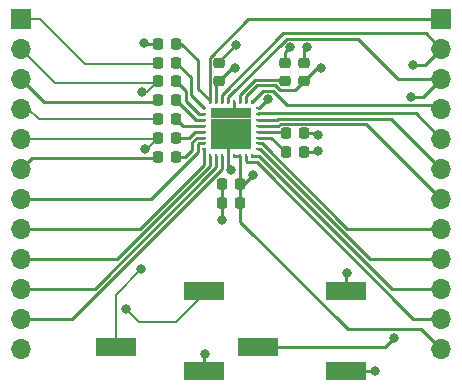
<source format=gtl>
%TF.GenerationSoftware,KiCad,Pcbnew,(6.0.0-0)*%
%TF.CreationDate,2022-08-17T15:36:00+02:00*%
%TF.ProjectId,wm8758b_codec_breakout,776d3837-3538-4625-9f63-6f6465635f62,rev?*%
%TF.SameCoordinates,Original*%
%TF.FileFunction,Copper,L1,Top*%
%TF.FilePolarity,Positive*%
%FSLAX46Y46*%
G04 Gerber Fmt 4.6, Leading zero omitted, Abs format (unit mm)*
G04 Created by KiCad (PCBNEW (6.0.0-0)) date 2022-08-17 15:36:00*
%MOMM*%
%LPD*%
G01*
G04 APERTURE LIST*
G04 Aperture macros list*
%AMRoundRect*
0 Rectangle with rounded corners*
0 $1 Rounding radius*
0 $2 $3 $4 $5 $6 $7 $8 $9 X,Y pos of 4 corners*
0 Add a 4 corners polygon primitive as box body*
4,1,4,$2,$3,$4,$5,$6,$7,$8,$9,$2,$3,0*
0 Add four circle primitives for the rounded corners*
1,1,$1+$1,$2,$3*
1,1,$1+$1,$4,$5*
1,1,$1+$1,$6,$7*
1,1,$1+$1,$8,$9*
0 Add four rect primitives between the rounded corners*
20,1,$1+$1,$2,$3,$4,$5,0*
20,1,$1+$1,$4,$5,$6,$7,0*
20,1,$1+$1,$6,$7,$8,$9,0*
20,1,$1+$1,$8,$9,$2,$3,0*%
G04 Aperture macros list end*
%TA.AperFunction,ComponentPad*%
%ADD10R,1.700000X1.700000*%
%TD*%
%TA.AperFunction,ComponentPad*%
%ADD11O,1.700000X1.700000*%
%TD*%
%TA.AperFunction,SMDPad,CuDef*%
%ADD12RoundRect,0.225000X0.225000X0.250000X-0.225000X0.250000X-0.225000X-0.250000X0.225000X-0.250000X0*%
%TD*%
%TA.AperFunction,SMDPad,CuDef*%
%ADD13RoundRect,0.225000X-0.225000X-0.250000X0.225000X-0.250000X0.225000X0.250000X-0.225000X0.250000X0*%
%TD*%
%TA.AperFunction,SMDPad,CuDef*%
%ADD14RoundRect,0.225000X0.250000X-0.225000X0.250000X0.225000X-0.250000X0.225000X-0.250000X-0.225000X0*%
%TD*%
%TA.AperFunction,SMDPad,CuDef*%
%ADD15R,0.400000X0.200000*%
%TD*%
%TA.AperFunction,SMDPad,CuDef*%
%ADD16R,0.200000X0.400000*%
%TD*%
%TA.AperFunction,SMDPad,CuDef*%
%ADD17R,0.862500X0.862500*%
%TD*%
%TA.AperFunction,SMDPad,CuDef*%
%ADD18R,3.500000X1.500000*%
%TD*%
%TA.AperFunction,ViaPad*%
%ADD19C,0.800000*%
%TD*%
%TA.AperFunction,Conductor*%
%ADD20C,0.250000*%
%TD*%
%TA.AperFunction,Conductor*%
%ADD21C,0.200000*%
%TD*%
G04 APERTURE END LIST*
D10*
%TO.P,J1,1,Pin_1*%
%TO.N,LIP*%
X132220000Y-67996000D03*
D11*
%TO.P,J1,2,Pin_2*%
%TO.N,LIN*%
X132220000Y-70536000D03*
%TO.P,J1,3,Pin_3*%
%TO.N,L2_GPIO2*%
X132220000Y-73076000D03*
%TO.P,J1,4,Pin_4*%
%TO.N,RIP*%
X132220000Y-75616000D03*
%TO.P,J1,5,Pin_5*%
%TO.N,RIN*%
X132220000Y-78156000D03*
%TO.P,J1,6,Pin_6*%
%TO.N,R2_GPIO3*%
X132220000Y-80696000D03*
%TO.P,J1,7,Pin_7*%
%TO.N,LRC*%
X132220000Y-83236000D03*
%TO.P,J1,8,Pin_8*%
%TO.N,BCLK*%
X132220000Y-85776000D03*
%TO.P,J1,9,Pin_9*%
%TO.N,ADCDAT*%
X132220000Y-88316000D03*
%TO.P,J1,10,Pin_10*%
%TO.N,DACDAT*%
X132220000Y-90856000D03*
%TO.P,J1,11,Pin_11*%
%TO.N,MCLK*%
X132220000Y-93396000D03*
%TO.P,J1,12,Pin_12*%
%TO.N,GND*%
X132220000Y-95936000D03*
%TD*%
D12*
%TO.P,C8,1*%
%TO.N,Net-(C8-Pad1)*%
X145375000Y-79700000D03*
%TO.P,C8,2*%
%TO.N,R2_GPIO3*%
X143825000Y-79700000D03*
%TD*%
%TO.P,C10,1*%
%TO.N,Net-(C10-Pad1)*%
X145375000Y-74900000D03*
%TO.P,C10,2*%
%TO.N,L2_GPIO2*%
X143825000Y-74900000D03*
%TD*%
D13*
%TO.P,C4,1*%
%TO.N,GND*%
X149225000Y-83600000D03*
%TO.P,C4,2*%
%TO.N,VDD*%
X150775000Y-83600000D03*
%TD*%
%TO.P,C3,1*%
%TO.N,GND*%
X149225000Y-82000000D03*
%TO.P,C3,2*%
%TO.N,VDD*%
X150775000Y-82000000D03*
%TD*%
D12*
%TO.P,C12,1*%
%TO.N,GND*%
X156175000Y-79300000D03*
%TO.P,C12,2*%
%TO.N,Net-(C12-Pad2)*%
X154625000Y-79300000D03*
%TD*%
D13*
%TO.P,C13,1*%
%TO.N,Net-(C13-Pad1)*%
X154625000Y-77700000D03*
%TO.P,C13,2*%
%TO.N,GND*%
X156175000Y-77700000D03*
%TD*%
D12*
%TO.P,C6,1*%
%TO.N,MICBIAS*%
X145375000Y-70100000D03*
%TO.P,C6,2*%
%TO.N,GND*%
X143825000Y-70100000D03*
%TD*%
D14*
%TO.P,C2,1*%
%TO.N,VDD*%
X156200000Y-73275000D03*
%TO.P,C2,2*%
%TO.N,GND*%
X156200000Y-71725000D03*
%TD*%
%TO.P,C5,1*%
%TO.N,Net-(C5-Pad1)*%
X154600000Y-73275000D03*
%TO.P,C5,2*%
%TO.N,GND*%
X154600000Y-71725000D03*
%TD*%
%TO.P,C1,1*%
%TO.N,VDD*%
X149000000Y-73275000D03*
%TO.P,C1,2*%
%TO.N,GND*%
X149000000Y-71725000D03*
%TD*%
D10*
%TO.P,J2,1,Pin_1*%
%TO.N,MICBIAS*%
X167780000Y-67996000D03*
D11*
%TO.P,J2,2,Pin_2*%
%TO.N,LOUT1*%
X167780000Y-70536000D03*
%TO.P,J2,3,Pin_3*%
%TO.N,ROUT1*%
X167780000Y-73076000D03*
%TO.P,J2,4,Pin_4*%
%TO.N,LOUT2*%
X167780000Y-75616000D03*
%TO.P,J2,5,Pin_5*%
%TO.N,ROUT2*%
X167780000Y-78156000D03*
%TO.P,J2,6,Pin_6*%
%TO.N,OUT3*%
X167780000Y-80696000D03*
%TO.P,J2,7,Pin_7*%
%TO.N,OUT4*%
X167780000Y-83236000D03*
%TO.P,J2,8,Pin_8*%
%TO.N,MODE*%
X167780000Y-85776000D03*
%TO.P,J2,9,Pin_9*%
%TO.N,SDIN*%
X167780000Y-88316000D03*
%TO.P,J2,10,Pin_10*%
%TO.N,SCLK*%
X167780000Y-90856000D03*
%TO.P,J2,11,Pin_11*%
%TO.N,CSB_GPIO1*%
X167780000Y-93396000D03*
%TO.P,J2,12,Pin_12*%
%TO.N,VDD*%
X167780000Y-95936000D03*
%TD*%
D15*
%TO.P,U1,1,LIP*%
%TO.N,Net-(C15-Pad1)*%
X147700000Y-75550000D03*
%TO.P,U1,2,LIN*%
%TO.N,Net-(C16-Pad1)*%
X147700000Y-76050000D03*
%TO.P,U1,3,L2/GPIO2*%
%TO.N,Net-(C10-Pad1)*%
X147700000Y-76550000D03*
%TO.P,U1,4,RIP*%
%TO.N,Net-(C19-Pad2)*%
X147700000Y-77050000D03*
%TO.P,U1,5,RIN*%
%TO.N,Net-(C11-Pad2)*%
X147700000Y-77550000D03*
%TO.P,U1,6,R2/GPIO3*%
%TO.N,Net-(C8-Pad1)*%
X147700000Y-78050000D03*
%TO.P,U1,7,LRC*%
%TO.N,LRC*%
X147700000Y-78550000D03*
%TO.P,U1,8,BCLK*%
%TO.N,BCLK*%
X147700000Y-79050000D03*
D16*
%TO.P,U1,9,ADCDAT*%
%TO.N,ADCDAT*%
X148250000Y-79600000D03*
%TO.P,U1,10,DACDAT*%
%TO.N,DACDAT*%
X148750000Y-79600000D03*
%TO.P,U1,11,MCLK*%
%TO.N,MCLK*%
X149250000Y-79600000D03*
%TO.P,U1,12,DGND*%
%TO.N,GND*%
X149750000Y-79600000D03*
%TO.P,U1,13,DCVDD*%
%TO.N,VDD*%
X150250000Y-79600000D03*
%TO.P,U1,14,DBVDD*%
X150750000Y-79600000D03*
%TO.P,U1,15,CSB/GPIO1*%
%TO.N,CSB_GPIO1*%
X151250000Y-79600000D03*
%TO.P,U1,16,SCLK*%
%TO.N,SCLK*%
X151750000Y-79600000D03*
D15*
%TO.P,U1,17,SDIN*%
%TO.N,SDIN*%
X152300000Y-79050000D03*
%TO.P,U1,18,MODE*%
%TO.N,MODE*%
X152300000Y-78550000D03*
%TO.P,U1,19,HP_COM*%
%TO.N,Net-(C12-Pad2)*%
X152300000Y-78050000D03*
%TO.P,U1,20,LINE_COM*%
%TO.N,Net-(C13-Pad1)*%
X152300000Y-77550000D03*
%TO.P,U1,21,OUT4*%
%TO.N,OUT4*%
X152300000Y-77050000D03*
%TO.P,U1,22,OUT3*%
%TO.N,OUT3*%
X152300000Y-76550000D03*
%TO.P,U1,23,ROUT2*%
%TO.N,ROUT2*%
X152300000Y-76050000D03*
%TO.P,U1,24,AGND2*%
%TO.N,GND*%
X152300000Y-75550000D03*
D16*
%TO.P,U1,25,LOUT2*%
%TO.N,LOUT2*%
X151750000Y-75000000D03*
%TO.P,U1,26,AVDD2*%
%TO.N,VDD*%
X151250000Y-75000000D03*
%TO.P,U1,27,VMID*%
%TO.N,Net-(C5-Pad1)*%
X150750000Y-75000000D03*
%TO.P,U1,28,AGND1*%
%TO.N,GND*%
X150250000Y-75000000D03*
%TO.P,U1,29,ROUT1*%
%TO.N,ROUT1*%
X149750000Y-75000000D03*
%TO.P,U1,30,LOUT1*%
%TO.N,LOUT1*%
X149250000Y-75000000D03*
%TO.P,U1,31,AVDD1*%
%TO.N,VDD*%
X148750000Y-75000000D03*
%TO.P,U1,32,MICBIAS*%
%TO.N,MICBIAS*%
X148250000Y-75000000D03*
D17*
%TO.P,U1,33,GNDPADDLE*%
%TO.N,GND*%
X148706250Y-77731250D03*
X150431250Y-78593750D03*
X151293750Y-78593750D03*
X150431250Y-77731250D03*
X151293750Y-76006250D03*
X148706250Y-78593750D03*
X149568750Y-76868750D03*
X151293750Y-77731250D03*
X148706250Y-76006250D03*
X150431250Y-76006250D03*
X150431250Y-76868750D03*
X151293750Y-76868750D03*
X149568750Y-78593750D03*
X149568750Y-77731250D03*
X148706250Y-76868750D03*
X149568750Y-76006250D03*
%TD*%
D13*
%TO.P,C11,1*%
%TO.N,RIN*%
X143825000Y-78100000D03*
%TO.P,C11,2*%
%TO.N,Net-(C11-Pad2)*%
X145375000Y-78100000D03*
%TD*%
D12*
%TO.P,C15,1*%
%TO.N,Net-(C15-Pad1)*%
X145375000Y-71700000D03*
%TO.P,C15,2*%
%TO.N,LIP*%
X143825000Y-71700000D03*
%TD*%
%TO.P,C16,1*%
%TO.N,Net-(C16-Pad1)*%
X145375000Y-73300000D03*
%TO.P,C16,2*%
%TO.N,LIN*%
X143825000Y-73300000D03*
%TD*%
D13*
%TO.P,C19,1*%
%TO.N,RIP*%
X143825000Y-76500000D03*
%TO.P,C19,2*%
%TO.N,Net-(C19-Pad2)*%
X145375000Y-76500000D03*
%TD*%
D18*
%TO.P,J101,R*%
%TO.N,RIN*%
X140250000Y-95800000D03*
%TO.P,J101,S*%
%TO.N,GND*%
X147750000Y-97800000D03*
%TO.P,J101,T*%
%TO.N,LIN*%
X147700000Y-91050000D03*
%TD*%
%TO.P,J102,R*%
%TO.N,ROUT1*%
X152250000Y-95800000D03*
%TO.P,J102,S*%
%TO.N,GND*%
X159750000Y-97800000D03*
%TO.P,J102,T*%
%TO.N,LOUT1*%
X159700000Y-91050000D03*
%TD*%
D19*
%TO.N,GND*%
X156400000Y-70400000D03*
X150000000Y-80800000D03*
X153100000Y-74800000D03*
X162200000Y-97800000D03*
X142600000Y-70000000D03*
X157400000Y-77800000D03*
X157400000Y-79200000D03*
X150400000Y-70200000D03*
X147800000Y-96400000D03*
X155000000Y-70400000D03*
X149200000Y-85000000D03*
%TO.N,VDD*%
X151900000Y-81200000D03*
X157600000Y-72200000D03*
X150300000Y-72200000D03*
%TO.N,RIN*%
X142400000Y-89200000D03*
X142700000Y-79000000D03*
%TO.N,LIN*%
X142500000Y-74200000D03*
X141100000Y-92600000D03*
%TO.N,LOUT1*%
X159800000Y-89500000D03*
X165400000Y-71900000D03*
%TO.N,ROUT1*%
X163800000Y-95000000D03*
X165200000Y-74600000D03*
%TD*%
D20*
%TO.N,GND*%
X152300000Y-75550000D02*
X152350000Y-75550000D01*
X149000000Y-71600000D02*
X150400000Y-70200000D01*
X149750000Y-78775000D02*
X149568750Y-78593750D01*
X149750000Y-79600000D02*
X149750000Y-78775000D01*
X154600000Y-70800000D02*
X155000000Y-70400000D01*
X156175000Y-77700000D02*
X157300000Y-77700000D01*
X149225000Y-83600000D02*
X149225000Y-84975000D01*
X143825000Y-70100000D02*
X142700000Y-70100000D01*
X156200000Y-70600000D02*
X156400000Y-70400000D01*
X147750000Y-97800000D02*
X147750000Y-96450000D01*
X157300000Y-79300000D02*
X157400000Y-79200000D01*
X142700000Y-70100000D02*
X142600000Y-70000000D01*
X149750000Y-79600000D02*
X149750000Y-80550000D01*
X159750000Y-97800000D02*
X162200000Y-97800000D01*
X152350000Y-75550000D02*
X153100000Y-74800000D01*
X149225000Y-84975000D02*
X149200000Y-85000000D01*
X149750000Y-80550000D02*
X150000000Y-80800000D01*
X147750000Y-96450000D02*
X147800000Y-96400000D01*
X156200000Y-71725000D02*
X156200000Y-70600000D01*
X150250000Y-75000000D02*
X150250000Y-75825000D01*
X154600000Y-71725000D02*
X154600000Y-70800000D01*
X149225000Y-82000000D02*
X149225000Y-83600000D01*
X149000000Y-71725000D02*
X149000000Y-71600000D01*
X157300000Y-77700000D02*
X157400000Y-77800000D01*
X156175000Y-79300000D02*
X157300000Y-79300000D01*
X150250000Y-75825000D02*
X150431250Y-76006250D01*
%TO.N,VDD*%
X153698850Y-73625988D02*
X154122382Y-74049520D01*
X159876477Y-94275499D02*
X166119499Y-94275499D01*
X150775000Y-82000000D02*
X151100000Y-82000000D01*
X148750000Y-75000000D02*
X148750000Y-73525000D01*
X150775000Y-85174022D02*
X159876477Y-94275499D01*
X148750000Y-73525000D02*
X149000000Y-73275000D01*
X152174990Y-73625988D02*
X153698850Y-73625988D01*
X155425480Y-74049520D02*
X156200000Y-73275000D01*
X154122382Y-74049520D02*
X155425480Y-74049520D01*
X151100000Y-82000000D02*
X151900000Y-81200000D01*
X150750000Y-81975000D02*
X150775000Y-82000000D01*
X151250000Y-74550978D02*
X152174990Y-73625988D01*
X166119499Y-94275499D02*
X167780000Y-95936000D01*
X150775000Y-83600000D02*
X150775000Y-85174022D01*
X150775000Y-82000000D02*
X150775000Y-83600000D01*
X157275000Y-72200000D02*
X156200000Y-73275000D01*
X151250000Y-75000000D02*
X151250000Y-74550978D01*
X150750000Y-79600000D02*
X150750000Y-81975000D01*
X157600000Y-72200000D02*
X157275000Y-72200000D01*
X150300000Y-72200000D02*
X150075000Y-72200000D01*
X150250000Y-79600000D02*
X150750000Y-79600000D01*
X150075000Y-72200000D02*
X149000000Y-73275000D01*
%TO.N,MICBIAS*%
X147200000Y-73900000D02*
X147200000Y-71500000D01*
X148250000Y-75000000D02*
X148200480Y-74950480D01*
X148200480Y-74950480D02*
X148200480Y-71272382D01*
X151476862Y-67996000D02*
X167780000Y-67996000D01*
X147200000Y-71500000D02*
X145800000Y-70100000D01*
X148200480Y-74900480D02*
X147200000Y-73900000D01*
X148200480Y-74950480D02*
X148200480Y-74900480D01*
X148200480Y-71272382D02*
X151476862Y-67996000D01*
X145800000Y-70100000D02*
X145375000Y-70100000D01*
%TO.N,Net-(C5-Pad1)*%
X151988795Y-73176479D02*
X154501479Y-73176479D01*
X150750000Y-75000000D02*
X150750000Y-74415274D01*
X150750000Y-74415274D02*
X151988795Y-73176479D01*
X154501479Y-73176479D02*
X154600000Y-73275000D01*
%TO.N,L2_GPIO2*%
X132220000Y-73076000D02*
X134144000Y-75000000D01*
X143725000Y-75000000D02*
X143825000Y-74900000D01*
X134144000Y-75000000D02*
X143725000Y-75000000D01*
%TO.N,R2_GPIO3*%
X143725000Y-79800000D02*
X143825000Y-79700000D01*
X133116000Y-79800000D02*
X143725000Y-79800000D01*
X132220000Y-80696000D02*
X133116000Y-79800000D01*
%TO.N,Net-(C10-Pad1)*%
X145375000Y-74900000D02*
X147025000Y-76550000D01*
X147025000Y-76550000D02*
X147700000Y-76550000D01*
%TO.N,DACDAT*%
X132220000Y-90856000D02*
X138451112Y-90856000D01*
X148750000Y-80557112D02*
X148750000Y-79600000D01*
X138451112Y-90856000D02*
X148750000Y-80557112D01*
%TO.N,ADCDAT*%
X140355408Y-88316000D02*
X148250000Y-80421408D01*
X132220000Y-88316000D02*
X140355408Y-88316000D01*
X148250000Y-80421408D02*
X148250000Y-79600000D01*
%TO.N,BCLK*%
X142259704Y-85776000D02*
X147700000Y-80335704D01*
X147700000Y-80335704D02*
X147700000Y-79050000D01*
X132220000Y-85776000D02*
X142259704Y-85776000D01*
%TO.N,LRC*%
X143199704Y-83236000D02*
X147175489Y-79260215D01*
X132220000Y-83236000D02*
X143199704Y-83236000D01*
X147250978Y-78550000D02*
X147700000Y-78550000D01*
X147175489Y-78625489D02*
X147250978Y-78550000D01*
X147175489Y-79260215D02*
X147175489Y-78625489D01*
D21*
%TO.N,RIN*%
X143769000Y-78156000D02*
X143825000Y-78100000D01*
X142700000Y-79000000D02*
X142925000Y-79000000D01*
X132220000Y-78156000D02*
X143769000Y-78156000D01*
X140250000Y-91350000D02*
X142400000Y-89200000D01*
X140250000Y-95800000D02*
X140250000Y-91350000D01*
X142925000Y-79000000D02*
X143825000Y-78100000D01*
%TO.N,RIP*%
X133700000Y-76500000D02*
X143825000Y-76500000D01*
X132220000Y-75616000D02*
X132816000Y-75616000D01*
X132816000Y-75616000D02*
X133700000Y-76500000D01*
%TO.N,LIN*%
X145300000Y-93700000D02*
X142200000Y-93700000D01*
X147700000Y-91300000D02*
X145300000Y-93700000D01*
X142925000Y-74200000D02*
X143825000Y-73300000D01*
X135084000Y-73400000D02*
X143725000Y-73400000D01*
X142200000Y-93700000D02*
X141100000Y-92600000D01*
X132220000Y-70536000D02*
X135084000Y-73400000D01*
X147700000Y-91050000D02*
X147700000Y-91300000D01*
X142500000Y-74200000D02*
X142925000Y-74200000D01*
X143725000Y-73400000D02*
X143825000Y-73300000D01*
%TO.N,LIP*%
X137600000Y-71800000D02*
X143725000Y-71800000D01*
X132220000Y-67996000D02*
X133796000Y-67996000D01*
X133796000Y-67996000D02*
X137600000Y-71800000D01*
X143725000Y-71800000D02*
X143825000Y-71700000D01*
D20*
%TO.N,LOUT1*%
X159700000Y-89600000D02*
X159800000Y-89500000D01*
X149250000Y-75000000D02*
X149250000Y-74415274D01*
X159700000Y-91050000D02*
X159700000Y-89600000D01*
X165400000Y-71900000D02*
X166416000Y-71900000D01*
X149250000Y-74415274D02*
X154439285Y-69225989D01*
X166416000Y-71900000D02*
X167780000Y-70536000D01*
X154439285Y-69225989D02*
X166469989Y-69225989D01*
X166469989Y-69225989D02*
X167780000Y-70536000D01*
%TO.N,ROUT1*%
X154699901Y-69675499D02*
X160775499Y-69675499D01*
X160775499Y-69675499D02*
X164176000Y-73076000D01*
X164176000Y-73076000D02*
X167780000Y-73076000D01*
X152250000Y-95800000D02*
X163000000Y-95800000D01*
X149750000Y-75000000D02*
X149750000Y-74625400D01*
X149750000Y-74625400D02*
X154699901Y-69675499D01*
X165200000Y-74600000D02*
X166256000Y-74600000D01*
X166256000Y-74600000D02*
X167780000Y-73076000D01*
X163000000Y-95800000D02*
X163800000Y-95000000D01*
%TO.N,LOUT2*%
X153511203Y-74075499D02*
X154760205Y-75324501D01*
X167488501Y-75324501D02*
X167780000Y-75616000D01*
X151750000Y-75000000D02*
X152674501Y-74075499D01*
X154760205Y-75324501D02*
X167488501Y-75324501D01*
X152674501Y-74075499D02*
X153511203Y-74075499D01*
%TO.N,ROUT2*%
X152300000Y-76050000D02*
X152348542Y-76001458D01*
X165625458Y-76001458D02*
X167780000Y-78156000D01*
X152348542Y-76001458D02*
X165625458Y-76001458D01*
%TO.N,OUT3*%
X153986189Y-76450969D02*
X163534969Y-76450969D01*
X152300000Y-76550000D02*
X153887158Y-76550000D01*
X163534969Y-76450969D02*
X167780000Y-80696000D01*
X153887158Y-76550000D02*
X153986189Y-76450969D01*
%TO.N,OUT4*%
X161444480Y-76900480D02*
X167780000Y-83236000D01*
X154022862Y-77050000D02*
X154172382Y-76900480D01*
X154172382Y-76900480D02*
X161444480Y-76900480D01*
X152300000Y-77050000D02*
X154022862Y-77050000D01*
%TO.N,MODE*%
X159848862Y-85776000D02*
X167780000Y-85776000D01*
X152622862Y-78550000D02*
X159848862Y-85776000D01*
X152300000Y-78550000D02*
X152622862Y-78550000D01*
%TO.N,SDIN*%
X161753158Y-88316000D02*
X167780000Y-88316000D01*
X152487158Y-79050000D02*
X161753158Y-88316000D01*
X152300000Y-79050000D02*
X152487158Y-79050000D01*
%TO.N,SCLK*%
X152401454Y-79600000D02*
X163657454Y-90856000D01*
X163657454Y-90856000D02*
X167780000Y-90856000D01*
X151750000Y-79600000D02*
X152401454Y-79600000D01*
%TO.N,CSB_GPIO1*%
X151250000Y-79600000D02*
X151250000Y-80050000D01*
X165446000Y-93396000D02*
X167780000Y-93396000D01*
X151250000Y-80050000D02*
X151324511Y-80124511D01*
X152174511Y-80124511D02*
X165446000Y-93396000D01*
X151324511Y-80124511D02*
X152174511Y-80124511D01*
%TO.N,MCLK*%
X136546824Y-93396000D02*
X132220000Y-93396000D01*
X149250000Y-79600000D02*
X149250000Y-80692824D01*
X149250000Y-80692824D02*
X136546824Y-93396000D01*
%TO.N,Net-(C8-Pad1)*%
X146725978Y-78439296D02*
X147115274Y-78050000D01*
X147115274Y-78050000D02*
X147700000Y-78050000D01*
X146100000Y-79700000D02*
X146725978Y-79074022D01*
X146725978Y-79074022D02*
X146725978Y-78439296D01*
X145375000Y-79700000D02*
X146100000Y-79700000D01*
%TO.N,Net-(C12-Pad2)*%
X152300000Y-78050000D02*
X153375000Y-78050000D01*
X153375000Y-78050000D02*
X154625000Y-79300000D01*
%TO.N,Net-(C13-Pad1)*%
X154475000Y-77550000D02*
X154625000Y-77700000D01*
X152300000Y-77550000D02*
X154475000Y-77550000D01*
%TO.N,Net-(C11-Pad2)*%
X145375000Y-78100000D02*
X146429570Y-78100000D01*
X146979570Y-77550000D02*
X147700000Y-77550000D01*
X146429570Y-78100000D02*
X146979570Y-77550000D01*
%TO.N,Net-(C15-Pad1)*%
X147700000Y-75550000D02*
X146600480Y-74450480D01*
X145375000Y-71700000D02*
X146600480Y-72925480D01*
X146600480Y-74450480D02*
X146600480Y-72925480D01*
%TO.N,Net-(C16-Pad1)*%
X146149520Y-74948542D02*
X147250978Y-76050000D01*
X146149520Y-74074520D02*
X146149520Y-74948542D01*
X145375000Y-73300000D02*
X146149520Y-74074520D01*
X147250978Y-76050000D02*
X147700000Y-76050000D01*
%TO.N,Net-(C19-Pad2)*%
X145375000Y-76500000D02*
X145925000Y-77050000D01*
X145925000Y-77050000D02*
X147700000Y-77050000D01*
%TD*%
M02*

</source>
